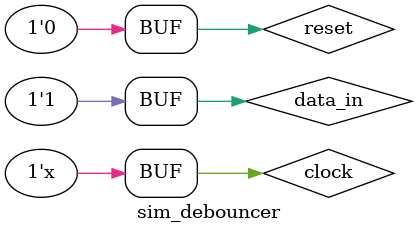
<source format=v>
`timescale 1ns / 1ps

module sim_debouncer();

	reg clock;
	reg reset;
	reg data_in;
	
	wire sequence_detected;
	
	sequence_detector uut(
        .clock (clock),
        .reset (reset),
        .data_in (data_in),
        .sequence_detected (sequence_detected)
        );
	
	always  #5 clock=~clock;
	
	initial begin
		clock = 1'b0;
		reset = 1'b1;
		data_in = 1'b1;
		#100;
		
		reset = 1'b0;
		#30 data_in = 1'b0;
		
		#200 data_in = 1'b1;
		
	end

endmodule
</source>
